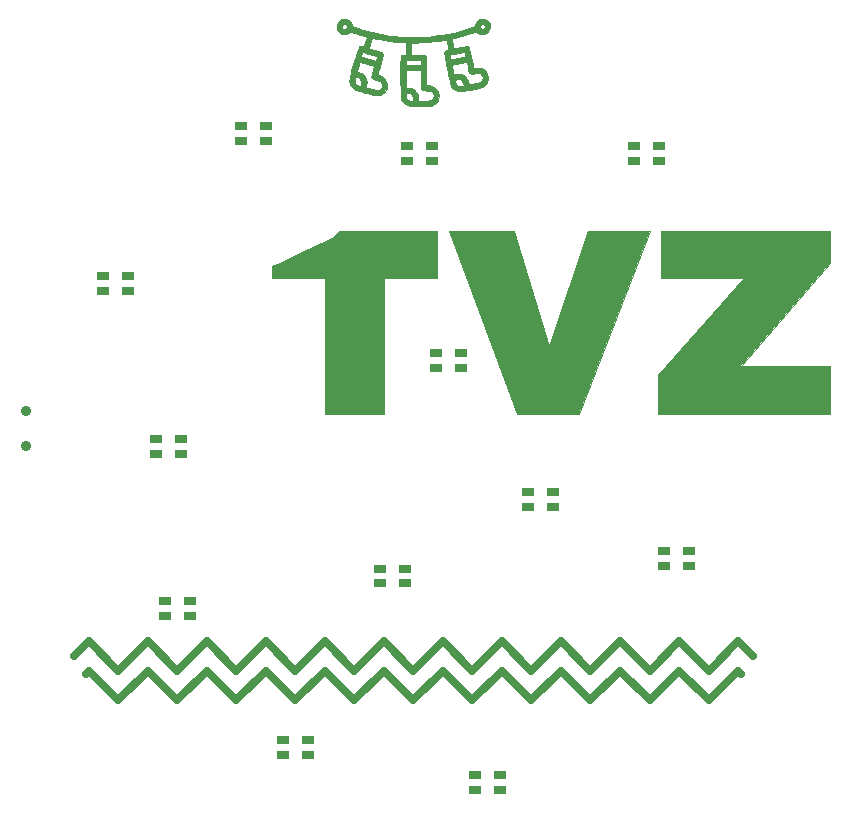
<source format=gbr>
%TF.GenerationSoftware,KiCad,Pcbnew,(5.1.10)-1*%
%TF.CreationDate,2021-10-20T07:52:33+02:00*%
%TF.ProjectId,TVZ_kuglica,54565a5f-6b75-4676-9c69-63612e6b6963,rev?*%
%TF.SameCoordinates,Original*%
%TF.FileFunction,Soldermask,Top*%
%TF.FilePolarity,Negative*%
%FSLAX46Y46*%
G04 Gerber Fmt 4.6, Leading zero omitted, Abs format (unit mm)*
G04 Created by KiCad (PCBNEW (5.1.10)-1) date 2021-10-20 07:52:33*
%MOMM*%
%LPD*%
G01*
G04 APERTURE LIST*
%ADD10C,0.700000*%
%ADD11C,0.100000*%
%ADD12C,0.010000*%
%ADD13C,0.900000*%
%ADD14R,1.100000X0.750000*%
G04 APERTURE END LIST*
D10*
X109500000Y-120250000D02*
X112000000Y-122750000D01*
X109250000Y-120500000D02*
X109500000Y-120250000D01*
X109500000Y-117750000D02*
X108250000Y-119000000D01*
X162000000Y-122750000D02*
X164500000Y-120250000D01*
X152000000Y-120250000D02*
X149500000Y-117750000D01*
X157000000Y-120250000D02*
X154500000Y-117750000D01*
X165750000Y-119000000D02*
X164500000Y-117750000D01*
X164500000Y-117750000D02*
X162000000Y-120250000D01*
X112000000Y-122750000D02*
X114500000Y-120250000D01*
X144500000Y-120250000D02*
X147000000Y-122750000D01*
X159500000Y-120250000D02*
X162000000Y-122750000D01*
X142000000Y-120250000D02*
X139500000Y-117750000D01*
X142000000Y-122750000D02*
X144500000Y-120250000D01*
X137000000Y-122750000D02*
X139500000Y-120250000D01*
X119500000Y-117750000D02*
X117000000Y-120250000D01*
X134500000Y-117750000D02*
X132000000Y-120250000D01*
X162000000Y-120250000D02*
X159500000Y-117750000D01*
X159500000Y-117750000D02*
X157000000Y-120250000D01*
X117000000Y-122750000D02*
X119500000Y-120250000D01*
X157000000Y-122750000D02*
X159500000Y-120250000D01*
X129500000Y-120250000D02*
X132000000Y-122750000D01*
X154500000Y-120250000D02*
X157000000Y-122750000D01*
X134500000Y-120250000D02*
X137000000Y-122750000D01*
X124500000Y-120250000D02*
X127000000Y-122750000D01*
X132000000Y-122750000D02*
X134500000Y-120250000D01*
X119500000Y-120250000D02*
X122000000Y-122750000D01*
X147000000Y-120250000D02*
X144500000Y-117750000D01*
X154500000Y-117750000D02*
X152000000Y-120250000D01*
X139500000Y-117750000D02*
X137000000Y-120250000D01*
X129500000Y-117750000D02*
X127000000Y-120250000D01*
X152000000Y-122750000D02*
X154500000Y-120250000D01*
X149500000Y-120250000D02*
X152000000Y-122750000D01*
X117000000Y-120250000D02*
X114500000Y-117750000D01*
X114500000Y-117750000D02*
X112000000Y-120250000D01*
X147000000Y-122750000D02*
X149500000Y-120250000D01*
X114500000Y-120250000D02*
X117000000Y-122750000D01*
X127000000Y-120250000D02*
X124500000Y-117750000D01*
X112000000Y-120250000D02*
X109500000Y-117750000D01*
X122000000Y-120250000D02*
X119500000Y-117750000D01*
X137000000Y-120250000D02*
X134500000Y-117750000D01*
X149500000Y-117750000D02*
X147000000Y-120250000D01*
X124500000Y-117750000D02*
X122000000Y-120250000D01*
X144500000Y-117750000D02*
X142000000Y-120250000D01*
X122000000Y-122750000D02*
X124500000Y-120250000D01*
X132000000Y-120250000D02*
X129500000Y-117750000D01*
X139500000Y-120250000D02*
X142000000Y-122750000D01*
X164500000Y-120250000D02*
X164750000Y-120500000D01*
X127000000Y-122750000D02*
X129500000Y-120250000D01*
D11*
G36*
X172250000Y-85750000D02*
G01*
X164750000Y-94500000D01*
X172250000Y-94500000D01*
X172250000Y-98500000D01*
X157750000Y-98500000D01*
X157750000Y-95250000D01*
X165000000Y-87000000D01*
X158000000Y-87000000D01*
X158000000Y-83000000D01*
X172250000Y-83000000D01*
X172250000Y-85750000D01*
G37*
X172250000Y-85750000D02*
X164750000Y-94500000D01*
X172250000Y-94500000D01*
X172250000Y-98500000D01*
X157750000Y-98500000D01*
X157750000Y-95250000D01*
X165000000Y-87000000D01*
X158000000Y-87000000D01*
X158000000Y-83000000D01*
X172250000Y-83000000D01*
X172250000Y-85750000D01*
G36*
X148500000Y-92750000D02*
G01*
X151750000Y-83000000D01*
X157000000Y-83000000D01*
X151000000Y-98500000D01*
X145750000Y-98500000D01*
X140000000Y-83000000D01*
X145500000Y-83000000D01*
X148500000Y-92750000D01*
G37*
X148500000Y-92750000D02*
X151750000Y-83000000D01*
X157000000Y-83000000D01*
X151000000Y-98500000D01*
X145750000Y-98500000D01*
X140000000Y-83000000D01*
X145500000Y-83000000D01*
X148500000Y-92750000D01*
G36*
X139000000Y-87000000D02*
G01*
X134500000Y-87000000D01*
X134500000Y-98500000D01*
X129500000Y-98500000D01*
X129500000Y-87000000D01*
X125000000Y-87000000D01*
X125000000Y-86000000D01*
X125750000Y-85750000D01*
X126580000Y-85360000D01*
X127390000Y-84930000D01*
X128860000Y-84240000D01*
X129590000Y-83920000D01*
X129940000Y-83700000D01*
X130250000Y-83500000D01*
X130540000Y-83240000D01*
X130750000Y-83000000D01*
X139000000Y-83000000D01*
X139000000Y-87000000D01*
G37*
X139000000Y-87000000D02*
X134500000Y-87000000D01*
X134500000Y-98500000D01*
X129500000Y-98500000D01*
X129500000Y-87000000D01*
X125000000Y-87000000D01*
X125000000Y-86000000D01*
X125750000Y-85750000D01*
X126580000Y-85360000D01*
X127390000Y-84930000D01*
X128860000Y-84240000D01*
X129590000Y-83920000D01*
X129940000Y-83700000D01*
X130250000Y-83500000D01*
X130540000Y-83240000D01*
X130750000Y-83000000D01*
X139000000Y-83000000D01*
X139000000Y-87000000D01*
D12*
%TO.C,G\u002A\u002A\u002A*%
G36*
X143027877Y-65089141D02*
G01*
X143177224Y-65150535D01*
X143301325Y-65244717D01*
X143397404Y-65364669D01*
X143462680Y-65503370D01*
X143494375Y-65653801D01*
X143489712Y-65808940D01*
X143445912Y-65961768D01*
X143360196Y-66105265D01*
X143295075Y-66176812D01*
X143149915Y-66283282D01*
X142989107Y-66344768D01*
X142820816Y-66360786D01*
X142653209Y-66330852D01*
X142494450Y-66254480D01*
X142455291Y-66226699D01*
X142346700Y-66143832D01*
X141902200Y-66288887D01*
X141632701Y-66373920D01*
X141347940Y-66458575D01*
X141062652Y-66538741D01*
X140791572Y-66610310D01*
X140549432Y-66669173D01*
X140492500Y-66682008D01*
X140395750Y-66704830D01*
X140318505Y-66725729D01*
X140274002Y-66741038D01*
X140269168Y-66743859D01*
X140268777Y-66771429D01*
X140276804Y-66838578D01*
X140291404Y-66935136D01*
X140310734Y-67050929D01*
X140332950Y-67175785D01*
X140356208Y-67299532D01*
X140378664Y-67411997D01*
X140398475Y-67503007D01*
X140413796Y-67562390D01*
X140420614Y-67579397D01*
X140446772Y-67577639D01*
X140515376Y-67566839D01*
X140619142Y-67548318D01*
X140750783Y-67523394D01*
X140903015Y-67493389D01*
X140969397Y-67479983D01*
X141167205Y-67440629D01*
X141321789Y-67412560D01*
X141439425Y-67395658D01*
X141526393Y-67389798D01*
X141588968Y-67394860D01*
X141633430Y-67410723D01*
X141666055Y-67437263D01*
X141687820Y-67466055D01*
X141702423Y-67505068D01*
X141725388Y-67587600D01*
X141755227Y-67707333D01*
X141790448Y-67857950D01*
X141829564Y-68033135D01*
X141871083Y-68226569D01*
X141900490Y-68368034D01*
X141941790Y-68567764D01*
X141980395Y-68751384D01*
X142015022Y-68913023D01*
X142044388Y-69046810D01*
X142067208Y-69146877D01*
X142082199Y-69207352D01*
X142087490Y-69223156D01*
X142117973Y-69226449D01*
X142184382Y-69221345D01*
X142272740Y-69208954D01*
X142278691Y-69207960D01*
X142493389Y-69194988D01*
X142695605Y-69228034D01*
X142879650Y-69304205D01*
X143039833Y-69420604D01*
X143170465Y-69574338D01*
X143238360Y-69696214D01*
X143278435Y-69793013D01*
X143300850Y-69879545D01*
X143310277Y-69978911D01*
X143311650Y-70058634D01*
X143309053Y-70171833D01*
X143297581Y-70256926D01*
X143272206Y-70336463D01*
X143228416Y-70431947D01*
X143118164Y-70605765D01*
X142978138Y-70744275D01*
X142814535Y-70841605D01*
X142782236Y-70854608D01*
X142707797Y-70877710D01*
X142592792Y-70907436D01*
X142445236Y-70942186D01*
X142273143Y-70980362D01*
X142084527Y-71020366D01*
X141887403Y-71060598D01*
X141689785Y-71099460D01*
X141499687Y-71135354D01*
X141325125Y-71166680D01*
X141174112Y-71191839D01*
X141054663Y-71209234D01*
X140974792Y-71217265D01*
X140962400Y-71217622D01*
X140772053Y-71195143D01*
X140591780Y-71130552D01*
X140429813Y-71029868D01*
X140294380Y-70899115D01*
X140193711Y-70744311D01*
X140147379Y-70621352D01*
X140137142Y-70577443D01*
X140117844Y-70488857D01*
X140090552Y-70360695D01*
X140067600Y-70251606D01*
X140516787Y-70251606D01*
X140517691Y-70297040D01*
X140536053Y-70374266D01*
X140557493Y-70454834D01*
X140617262Y-70587032D01*
X140717301Y-70697041D01*
X140769647Y-70733969D01*
X140860321Y-70766744D01*
X140981695Y-70779146D01*
X141117507Y-70770178D01*
X141178300Y-70759060D01*
X141229590Y-70741738D01*
X141248460Y-70709209D01*
X141248125Y-70654115D01*
X141215894Y-70486727D01*
X141147805Y-70354426D01*
X141046751Y-70259447D01*
X140915620Y-70204023D01*
X140757305Y-70190390D01*
X140662090Y-70201093D01*
X140584659Y-70214130D01*
X140537667Y-70227469D01*
X140516787Y-70251606D01*
X140067600Y-70251606D01*
X140056333Y-70198057D01*
X140016256Y-70006047D01*
X139971387Y-69789766D01*
X139922794Y-69554315D01*
X139871544Y-69304797D01*
X139854893Y-69223478D01*
X139802003Y-68964227D01*
X140259470Y-68964227D01*
X140262219Y-68988496D01*
X140274048Y-69052273D01*
X140292793Y-69145526D01*
X140316292Y-69258222D01*
X140342382Y-69380328D01*
X140368901Y-69501813D01*
X140393685Y-69612644D01*
X140414572Y-69702789D01*
X140429399Y-69762214D01*
X140435548Y-69781015D01*
X140464637Y-69782462D01*
X140527377Y-69774052D01*
X140582351Y-69763423D01*
X140797513Y-69741029D01*
X141001139Y-69765649D01*
X141188208Y-69833914D01*
X141353699Y-69942456D01*
X141492592Y-70087907D01*
X141599866Y-70266900D01*
X141670500Y-70476068D01*
X141674887Y-70496250D01*
X141699556Y-70583013D01*
X141727479Y-70625863D01*
X141738622Y-70629600D01*
X141774517Y-70624593D01*
X141851056Y-70610734D01*
X141959202Y-70589763D01*
X142089914Y-70563423D01*
X142194687Y-70541742D01*
X142339705Y-70509847D01*
X142471838Y-70477887D01*
X142581033Y-70448516D01*
X142657241Y-70424384D01*
X142685077Y-70412331D01*
X142787112Y-70324560D01*
X142853775Y-70209429D01*
X142881674Y-70079048D01*
X142867413Y-69945527D01*
X142837283Y-69869086D01*
X142764154Y-69761285D01*
X142672425Y-69688972D01*
X142556433Y-69650427D01*
X142410512Y-69643930D01*
X142228998Y-69667759D01*
X142196117Y-69674304D01*
X142052366Y-69702350D01*
X141940172Y-69716514D01*
X141854054Y-69711936D01*
X141788529Y-69683760D01*
X141738115Y-69627127D01*
X141697329Y-69537180D01*
X141660688Y-69409063D01*
X141622711Y-69237916D01*
X141604686Y-69150281D01*
X141514306Y-68707124D01*
X140889103Y-68834642D01*
X140718296Y-68869525D01*
X140564928Y-68900931D01*
X140435710Y-68927479D01*
X140337352Y-68947789D01*
X140276567Y-68960478D01*
X140259470Y-68964227D01*
X139802003Y-68964227D01*
X139795371Y-68931719D01*
X139745618Y-68685579D01*
X139704932Y-68480965D01*
X139672613Y-68313785D01*
X139647959Y-68179948D01*
X139641937Y-68144347D01*
X140089517Y-68144347D01*
X140095955Y-68208828D01*
X140110621Y-68291817D01*
X140130328Y-68378898D01*
X140151891Y-68455656D01*
X140172126Y-68507674D01*
X140184859Y-68521801D01*
X140216841Y-68517051D01*
X140291262Y-68503503D01*
X140400797Y-68482570D01*
X140538121Y-68455665D01*
X140695910Y-68424200D01*
X140797300Y-68403730D01*
X140963507Y-68369415D01*
X141113182Y-68337351D01*
X141239088Y-68309184D01*
X141333986Y-68286559D01*
X141390639Y-68271122D01*
X141403277Y-68265981D01*
X141409650Y-68233126D01*
X141405986Y-68166643D01*
X141394879Y-68082113D01*
X141378923Y-67995111D01*
X141360714Y-67921216D01*
X141342848Y-67876006D01*
X141337301Y-67869930D01*
X141307701Y-67871135D01*
X141236770Y-67881259D01*
X141132872Y-67898669D01*
X141004368Y-67921731D01*
X140859620Y-67948810D01*
X140706990Y-67978272D01*
X140554840Y-68008484D01*
X140411531Y-68037812D01*
X140285426Y-68064621D01*
X140184886Y-68087278D01*
X140118274Y-68104148D01*
X140094489Y-68112790D01*
X140089517Y-68144347D01*
X139641937Y-68144347D01*
X139630268Y-68075363D01*
X139618841Y-67995937D01*
X139612974Y-67937579D01*
X139611968Y-67896198D01*
X139615121Y-67867702D01*
X139619863Y-67852154D01*
X139669646Y-67787701D01*
X139750111Y-67736211D01*
X139841154Y-67709586D01*
X139863034Y-67708211D01*
X139907044Y-67705260D01*
X139936862Y-67692735D01*
X139953023Y-67663807D01*
X139956065Y-67611647D01*
X139946526Y-67529423D01*
X139924941Y-67410306D01*
X139897218Y-67273463D01*
X139869015Y-67137728D01*
X139843936Y-67018855D01*
X139823957Y-66926076D01*
X139811056Y-66868619D01*
X139807643Y-66855261D01*
X139783686Y-66845000D01*
X139719765Y-66846005D01*
X139612377Y-66858498D01*
X139510548Y-66874022D01*
X139142514Y-66928062D01*
X138752591Y-66975341D01*
X138354618Y-67014661D01*
X137962439Y-67044826D01*
X137589894Y-67064638D01*
X137250825Y-67072900D01*
X137209550Y-67073064D01*
X136796800Y-67073600D01*
X136796800Y-68089600D01*
X137326409Y-68089599D01*
X137518232Y-68091027D01*
X137681856Y-68095123D01*
X137811242Y-68101609D01*
X137900354Y-68110207D01*
X137936781Y-68117753D01*
X137971167Y-68130314D01*
X138000065Y-68144817D01*
X138023954Y-68165491D01*
X138043309Y-68196564D01*
X138058608Y-68242263D01*
X138070328Y-68306818D01*
X138078945Y-68394455D01*
X138084937Y-68509404D01*
X138088780Y-68655893D01*
X138090952Y-68838149D01*
X138091930Y-69060401D01*
X138092190Y-69326877D01*
X138092200Y-69495511D01*
X138092200Y-70700745D01*
X138314450Y-70709622D01*
X138521754Y-70735850D01*
X138698669Y-70798934D01*
X138853189Y-70902458D01*
X138944267Y-70991863D01*
X139057734Y-71147337D01*
X139126926Y-71315796D01*
X139154890Y-71506166D01*
X139154584Y-71607500D01*
X139123595Y-71818762D01*
X139050212Y-72002057D01*
X138934544Y-72157214D01*
X138776699Y-72284066D01*
X138682284Y-72336683D01*
X138512500Y-72420300D01*
X137572100Y-72425401D01*
X137308681Y-72426383D01*
X137091585Y-72426121D01*
X136916347Y-72424495D01*
X136778504Y-72421383D01*
X136673590Y-72416662D01*
X136597142Y-72410212D01*
X136544695Y-72401910D01*
X136525634Y-72396887D01*
X136340823Y-72312271D01*
X136180786Y-72185342D01*
X136050403Y-72020526D01*
X135991677Y-71912300D01*
X135920500Y-71759900D01*
X135919180Y-71450272D01*
X136340562Y-71450272D01*
X136348284Y-71557947D01*
X136351459Y-71584169D01*
X136392573Y-71736619D01*
X136471920Y-71856998D01*
X136586331Y-71942669D01*
X136732637Y-71990998D01*
X136852981Y-72001200D01*
X137000000Y-72001200D01*
X137000000Y-71854181D01*
X136979523Y-71687334D01*
X136919851Y-71550151D01*
X136823617Y-71445802D01*
X136693458Y-71377457D01*
X136582969Y-71352659D01*
X136466538Y-71341934D01*
X136392271Y-71349682D01*
X136352751Y-71383322D01*
X136340562Y-71450272D01*
X135919180Y-71450272D01*
X135913138Y-70034052D01*
X135911822Y-69672428D01*
X135911301Y-69410400D01*
X136365000Y-69410400D01*
X136365000Y-70901839D01*
X136578500Y-70915159D01*
X136784116Y-70944176D01*
X136957543Y-71005893D01*
X137108580Y-71104421D01*
X137175404Y-71165395D01*
X137292961Y-71307210D01*
X137371463Y-71462802D01*
X137415405Y-71643143D01*
X137427665Y-71781247D01*
X137437025Y-72005794D01*
X137923362Y-71996731D01*
X138100824Y-71992702D01*
X138235081Y-71987656D01*
X138333729Y-71980883D01*
X138404363Y-71971672D01*
X138454578Y-71959314D01*
X138490936Y-71943660D01*
X138596336Y-71861798D01*
X138672249Y-71752948D01*
X138714399Y-71629282D01*
X138718511Y-71502971D01*
X138684243Y-71393406D01*
X138634784Y-71322665D01*
X138566082Y-71250090D01*
X138541369Y-71228854D01*
X138500290Y-71197520D01*
X138462146Y-71175614D01*
X138416558Y-71160982D01*
X138353149Y-71151474D01*
X138261541Y-71144939D01*
X138131355Y-71139223D01*
X138103842Y-71138148D01*
X137984191Y-71134589D01*
X137887437Y-71130888D01*
X137811120Y-71122116D01*
X137752778Y-71103341D01*
X137709949Y-71069633D01*
X137680171Y-71016063D01*
X137660983Y-70937700D01*
X137649922Y-70829614D01*
X137644528Y-70686874D01*
X137642338Y-70504551D01*
X137640891Y-70277714D01*
X137640324Y-70209827D01*
X137632948Y-69410400D01*
X136365000Y-69410400D01*
X135911301Y-69410400D01*
X135911198Y-69358769D01*
X135911302Y-69090247D01*
X135912171Y-68864031D01*
X135912576Y-68818735D01*
X136342773Y-68818735D01*
X136344585Y-68897507D01*
X136349790Y-68942832D01*
X136350477Y-68944910D01*
X136363098Y-68955759D01*
X136395106Y-68963923D01*
X136451836Y-68969629D01*
X136538625Y-68973103D01*
X136660811Y-68974571D01*
X136823729Y-68974260D01*
X137005720Y-68972687D01*
X137647700Y-68965900D01*
X137647700Y-68534100D01*
X136352300Y-68534100D01*
X136344757Y-68722222D01*
X136342773Y-68818735D01*
X135912576Y-68818735D01*
X135913842Y-68677292D01*
X135916352Y-68527200D01*
X135919737Y-68410925D01*
X135924034Y-68325638D01*
X135929281Y-68268508D01*
X135935513Y-68236707D01*
X135936563Y-68233878D01*
X135992680Y-68161679D01*
X136086670Y-68112296D01*
X136208997Y-68090308D01*
X136237184Y-68089600D01*
X136339600Y-68089600D01*
X136339600Y-67075901D01*
X136257050Y-67063133D01*
X136196759Y-67056267D01*
X136100997Y-67048078D01*
X135985028Y-67039792D01*
X135907800Y-67035038D01*
X135485077Y-67002009D01*
X135028907Y-66950256D01*
X134552330Y-66881531D01*
X134068388Y-66797586D01*
X133905275Y-66766045D01*
X133771150Y-66740367D01*
X133655270Y-66719988D01*
X133566427Y-66706313D01*
X133513415Y-66700744D01*
X133502543Y-66701789D01*
X133492124Y-66728424D01*
X133470987Y-66793729D01*
X133441903Y-66888218D01*
X133407642Y-67002406D01*
X133370973Y-67126808D01*
X133334665Y-67251938D01*
X133301489Y-67368311D01*
X133274214Y-67466442D01*
X133255609Y-67536844D01*
X133248445Y-67570032D01*
X133248632Y-67571371D01*
X133273337Y-67579206D01*
X133339776Y-67599049D01*
X133440875Y-67628821D01*
X133569560Y-67666442D01*
X133718759Y-67709835D01*
X133786900Y-67729588D01*
X133970434Y-67783530D01*
X134111098Y-67826986D01*
X134215172Y-67862301D01*
X134288937Y-67891822D01*
X134338676Y-67917894D01*
X134370668Y-67942864D01*
X134377450Y-67950148D01*
X134416989Y-68009727D01*
X134434547Y-68063594D01*
X134434600Y-68065788D01*
X134427686Y-68101290D01*
X134408052Y-68179466D01*
X134377360Y-68294269D01*
X134337272Y-68439651D01*
X134289450Y-68609565D01*
X134235556Y-68797965D01*
X134193300Y-68943811D01*
X134136239Y-69140222D01*
X134083991Y-69321030D01*
X134038198Y-69480477D01*
X134000503Y-69612806D01*
X133972547Y-69712258D01*
X133955973Y-69773074D01*
X133952000Y-69789900D01*
X133974191Y-69806157D01*
X134031852Y-69830598D01*
X134098050Y-69853250D01*
X134230174Y-69898896D01*
X134331194Y-69946531D01*
X134420053Y-70006850D01*
X134511503Y-70086615D01*
X134636807Y-70236412D01*
X134723709Y-70410187D01*
X134770185Y-70598133D01*
X134774212Y-70790440D01*
X134733768Y-70977301D01*
X134708254Y-71040645D01*
X134599189Y-71221951D01*
X134454584Y-71373109D01*
X134289578Y-71482086D01*
X134211351Y-71518780D01*
X134143507Y-71540809D01*
X134068155Y-71551619D01*
X133967402Y-71554656D01*
X133913900Y-71554449D01*
X133847175Y-71552998D01*
X133784014Y-71548852D01*
X133717880Y-71540491D01*
X133642236Y-71526397D01*
X133550543Y-71505049D01*
X133436264Y-71474930D01*
X133292862Y-71434518D01*
X133113798Y-71382297D01*
X132897932Y-71318349D01*
X132701440Y-71258988D01*
X132516213Y-71201263D01*
X132349078Y-71147438D01*
X132206859Y-71099775D01*
X132096382Y-71060537D01*
X132024471Y-71031984D01*
X132005094Y-71022412D01*
X131874452Y-70922681D01*
X131756016Y-70789756D01*
X131664393Y-70641188D01*
X131638984Y-70582536D01*
X131617834Y-70522004D01*
X131602037Y-70462499D01*
X131592386Y-70399780D01*
X131589673Y-70329605D01*
X131594692Y-70247731D01*
X131594989Y-70245581D01*
X132024342Y-70245581D01*
X132038186Y-70394250D01*
X132094002Y-70521100D01*
X132183924Y-70616035D01*
X132242900Y-70651254D01*
X132322188Y-70687127D01*
X132406304Y-70718098D01*
X132479762Y-70738614D01*
X132527077Y-70743118D01*
X132532825Y-70741198D01*
X132548023Y-70713164D01*
X132568095Y-70652797D01*
X132577275Y-70618784D01*
X132602229Y-70443323D01*
X132583709Y-70292030D01*
X132522809Y-70166930D01*
X132420623Y-70070046D01*
X132278244Y-70003400D01*
X132238719Y-69992257D01*
X132156051Y-69974351D01*
X132107515Y-69977915D01*
X132078572Y-70009868D01*
X132054684Y-70077130D01*
X132053735Y-70080295D01*
X132024342Y-70245581D01*
X131594989Y-70245581D01*
X131608235Y-70149917D01*
X131631095Y-70031920D01*
X131664066Y-69889499D01*
X131707940Y-69718412D01*
X131763510Y-69514418D01*
X131763891Y-69513066D01*
X132236704Y-69513066D01*
X132261099Y-69535494D01*
X132323060Y-69556004D01*
X132341514Y-69560758D01*
X132548431Y-69637149D01*
X132727951Y-69755984D01*
X132824031Y-69848630D01*
X132948789Y-70019194D01*
X133024860Y-70204118D01*
X133052286Y-70403581D01*
X133031108Y-70617763D01*
X133016473Y-70680400D01*
X132993429Y-70770436D01*
X132977075Y-70838119D01*
X132970275Y-70871477D01*
X132970369Y-70873039D01*
X132994735Y-70880388D01*
X133059824Y-70899380D01*
X133157525Y-70927665D01*
X133279728Y-70962892D01*
X133380500Y-70991857D01*
X133581194Y-71046882D01*
X133741289Y-71084143D01*
X133867560Y-71104213D01*
X133966784Y-71107661D01*
X134045736Y-71095060D01*
X134111193Y-71066980D01*
X134130058Y-71055050D01*
X134241656Y-70952878D01*
X134309474Y-70831328D01*
X134331088Y-70696945D01*
X134309313Y-70571291D01*
X134273145Y-70487206D01*
X134221436Y-70418847D01*
X134146724Y-70361322D01*
X134041549Y-70309743D01*
X133898452Y-70259218D01*
X133779613Y-70224076D01*
X133628942Y-70170112D01*
X133521146Y-70106007D01*
X133459011Y-70033841D01*
X133444036Y-69973601D01*
X133450778Y-69936179D01*
X133469453Y-69858800D01*
X133497773Y-69750277D01*
X133533448Y-69619422D01*
X133567182Y-69499540D01*
X133690293Y-69067980D01*
X133083836Y-68892767D01*
X132916858Y-68845161D01*
X132766447Y-68803497D01*
X132639325Y-68769536D01*
X132542215Y-68745042D01*
X132481839Y-68731778D01*
X132464559Y-68730374D01*
X132453312Y-68758184D01*
X132431236Y-68825734D01*
X132401191Y-68923845D01*
X132366036Y-69043336D01*
X132353600Y-69086599D01*
X132316739Y-69215197D01*
X132283777Y-69329481D01*
X132257761Y-69418935D01*
X132241740Y-69473040D01*
X132239432Y-69480510D01*
X132236704Y-69513066D01*
X131763891Y-69513066D01*
X131831569Y-69273273D01*
X131912911Y-68990736D01*
X131979155Y-68762700D01*
X132065674Y-68465673D01*
X132120576Y-68278375D01*
X132585182Y-68278375D01*
X132585665Y-68281054D01*
X132610084Y-68289166D01*
X132675360Y-68309246D01*
X132773608Y-68338953D01*
X132896943Y-68375944D01*
X133037478Y-68417876D01*
X133187328Y-68462409D01*
X133338609Y-68507200D01*
X133483434Y-68549907D01*
X133613917Y-68588188D01*
X133722174Y-68619700D01*
X133800319Y-68642103D01*
X133817574Y-68646937D01*
X133826795Y-68625336D01*
X133846191Y-68567036D01*
X133871764Y-68484119D01*
X133874724Y-68474211D01*
X133900559Y-68382428D01*
X133919141Y-68306806D01*
X133926588Y-68263197D01*
X133926600Y-68262367D01*
X133910829Y-68244814D01*
X133861286Y-68220412D01*
X133774621Y-68187968D01*
X133647486Y-68146292D01*
X133476533Y-68094194D01*
X133345071Y-68055555D01*
X133180055Y-68007976D01*
X133030218Y-67965572D01*
X132902794Y-67930326D01*
X132805016Y-67904220D01*
X132744117Y-67889236D01*
X132727859Y-67886400D01*
X132701028Y-67910657D01*
X132668392Y-67980171D01*
X132635204Y-68080049D01*
X132609466Y-68171332D01*
X132591797Y-68241477D01*
X132585182Y-68278375D01*
X132120576Y-68278375D01*
X132139511Y-68213779D01*
X132202280Y-68003403D01*
X132255592Y-67830931D01*
X132301060Y-67692746D01*
X132340297Y-67585236D01*
X132374916Y-67504785D01*
X132406529Y-67447779D01*
X132436749Y-67410602D01*
X132467189Y-67389640D01*
X132499461Y-67381278D01*
X132535179Y-67381902D01*
X132575954Y-67387897D01*
X132591338Y-67390531D01*
X132671310Y-67404797D01*
X132730404Y-67412203D01*
X132773996Y-67406727D01*
X132807456Y-67382349D01*
X132836160Y-67333047D01*
X132865479Y-67252800D01*
X132900787Y-67135587D01*
X132940408Y-66999371D01*
X132980105Y-66862513D01*
X133013694Y-66743901D01*
X133038973Y-66651542D01*
X133053741Y-66593442D01*
X133056504Y-66577004D01*
X133031211Y-66568645D01*
X132965633Y-66549084D01*
X132868399Y-66520842D01*
X132748135Y-66486435D01*
X132682000Y-66467689D01*
X132513582Y-66418696D01*
X132325643Y-66361773D01*
X132140876Y-66303910D01*
X131981972Y-66252099D01*
X131978937Y-66251080D01*
X131644175Y-66138549D01*
X131597937Y-66190574D01*
X131508644Y-66261125D01*
X131386482Y-66317466D01*
X131248802Y-66353039D01*
X131143937Y-66362151D01*
X130966452Y-66339096D01*
X130809401Y-66273111D01*
X130678424Y-66169863D01*
X130579164Y-66035020D01*
X130517262Y-65874251D01*
X130500662Y-65734433D01*
X130949435Y-65734433D01*
X130972412Y-65825340D01*
X131027826Y-65887281D01*
X131104301Y-65917001D01*
X131190461Y-65911244D01*
X131274930Y-65866753D01*
X131306396Y-65836599D01*
X131348398Y-65772426D01*
X131352688Y-65705195D01*
X131350544Y-65693172D01*
X131312104Y-65597715D01*
X131249302Y-65537039D01*
X131172984Y-65510029D01*
X131093994Y-65515569D01*
X131023178Y-65552543D01*
X130971381Y-65619836D01*
X130949448Y-65716332D01*
X130949435Y-65734433D01*
X130500662Y-65734433D01*
X130498157Y-65713337D01*
X130520886Y-65536336D01*
X130586567Y-65379460D01*
X130689425Y-65248466D01*
X130823688Y-65149110D01*
X130983579Y-65087149D01*
X131145300Y-65068115D01*
X131326288Y-65091378D01*
X131486061Y-65157975D01*
X131618924Y-65263119D01*
X131719183Y-65402023D01*
X131781141Y-65569900D01*
X131788880Y-65609131D01*
X131806698Y-65714700D01*
X132047499Y-65798703D01*
X132750631Y-66023002D01*
X133477922Y-66213346D01*
X134233962Y-66370738D01*
X135023340Y-66496180D01*
X135526800Y-66557832D01*
X135706677Y-66573422D01*
X135928524Y-66586070D01*
X136183597Y-66595776D01*
X136463151Y-66602541D01*
X136758442Y-66606364D01*
X137060724Y-66607245D01*
X137361254Y-66605185D01*
X137651287Y-66600183D01*
X137922078Y-66592239D01*
X138164882Y-66581353D01*
X138370956Y-66567526D01*
X138473200Y-66557832D01*
X139270745Y-66453901D01*
X140031676Y-66320191D01*
X140761360Y-66155533D01*
X141465161Y-65958755D01*
X141952500Y-65798760D01*
X142193301Y-65714700D01*
X142199112Y-65680266D01*
X142650694Y-65680266D01*
X142652181Y-65770797D01*
X142691838Y-65844117D01*
X142758377Y-65894602D01*
X142840507Y-65916629D01*
X142926938Y-65904574D01*
X143003290Y-65855902D01*
X143040268Y-65788490D01*
X143050280Y-65714700D01*
X143030731Y-65620935D01*
X142979668Y-65555377D01*
X142908463Y-65519004D01*
X142828491Y-65512797D01*
X142751124Y-65537736D01*
X142687737Y-65594801D01*
X142650694Y-65680266D01*
X142199112Y-65680266D01*
X142211119Y-65609131D01*
X142264134Y-65435572D01*
X142356678Y-65290098D01*
X142483203Y-65177366D01*
X142638160Y-65102036D01*
X142816003Y-65068766D01*
X142856062Y-65067557D01*
X143027877Y-65089141D01*
G37*
X143027877Y-65089141D02*
X143177224Y-65150535D01*
X143301325Y-65244717D01*
X143397404Y-65364669D01*
X143462680Y-65503370D01*
X143494375Y-65653801D01*
X143489712Y-65808940D01*
X143445912Y-65961768D01*
X143360196Y-66105265D01*
X143295075Y-66176812D01*
X143149915Y-66283282D01*
X142989107Y-66344768D01*
X142820816Y-66360786D01*
X142653209Y-66330852D01*
X142494450Y-66254480D01*
X142455291Y-66226699D01*
X142346700Y-66143832D01*
X141902200Y-66288887D01*
X141632701Y-66373920D01*
X141347940Y-66458575D01*
X141062652Y-66538741D01*
X140791572Y-66610310D01*
X140549432Y-66669173D01*
X140492500Y-66682008D01*
X140395750Y-66704830D01*
X140318505Y-66725729D01*
X140274002Y-66741038D01*
X140269168Y-66743859D01*
X140268777Y-66771429D01*
X140276804Y-66838578D01*
X140291404Y-66935136D01*
X140310734Y-67050929D01*
X140332950Y-67175785D01*
X140356208Y-67299532D01*
X140378664Y-67411997D01*
X140398475Y-67503007D01*
X140413796Y-67562390D01*
X140420614Y-67579397D01*
X140446772Y-67577639D01*
X140515376Y-67566839D01*
X140619142Y-67548318D01*
X140750783Y-67523394D01*
X140903015Y-67493389D01*
X140969397Y-67479983D01*
X141167205Y-67440629D01*
X141321789Y-67412560D01*
X141439425Y-67395658D01*
X141526393Y-67389798D01*
X141588968Y-67394860D01*
X141633430Y-67410723D01*
X141666055Y-67437263D01*
X141687820Y-67466055D01*
X141702423Y-67505068D01*
X141725388Y-67587600D01*
X141755227Y-67707333D01*
X141790448Y-67857950D01*
X141829564Y-68033135D01*
X141871083Y-68226569D01*
X141900490Y-68368034D01*
X141941790Y-68567764D01*
X141980395Y-68751384D01*
X142015022Y-68913023D01*
X142044388Y-69046810D01*
X142067208Y-69146877D01*
X142082199Y-69207352D01*
X142087490Y-69223156D01*
X142117973Y-69226449D01*
X142184382Y-69221345D01*
X142272740Y-69208954D01*
X142278691Y-69207960D01*
X142493389Y-69194988D01*
X142695605Y-69228034D01*
X142879650Y-69304205D01*
X143039833Y-69420604D01*
X143170465Y-69574338D01*
X143238360Y-69696214D01*
X143278435Y-69793013D01*
X143300850Y-69879545D01*
X143310277Y-69978911D01*
X143311650Y-70058634D01*
X143309053Y-70171833D01*
X143297581Y-70256926D01*
X143272206Y-70336463D01*
X143228416Y-70431947D01*
X143118164Y-70605765D01*
X142978138Y-70744275D01*
X142814535Y-70841605D01*
X142782236Y-70854608D01*
X142707797Y-70877710D01*
X142592792Y-70907436D01*
X142445236Y-70942186D01*
X142273143Y-70980362D01*
X142084527Y-71020366D01*
X141887403Y-71060598D01*
X141689785Y-71099460D01*
X141499687Y-71135354D01*
X141325125Y-71166680D01*
X141174112Y-71191839D01*
X141054663Y-71209234D01*
X140974792Y-71217265D01*
X140962400Y-71217622D01*
X140772053Y-71195143D01*
X140591780Y-71130552D01*
X140429813Y-71029868D01*
X140294380Y-70899115D01*
X140193711Y-70744311D01*
X140147379Y-70621352D01*
X140137142Y-70577443D01*
X140117844Y-70488857D01*
X140090552Y-70360695D01*
X140067600Y-70251606D01*
X140516787Y-70251606D01*
X140517691Y-70297040D01*
X140536053Y-70374266D01*
X140557493Y-70454834D01*
X140617262Y-70587032D01*
X140717301Y-70697041D01*
X140769647Y-70733969D01*
X140860321Y-70766744D01*
X140981695Y-70779146D01*
X141117507Y-70770178D01*
X141178300Y-70759060D01*
X141229590Y-70741738D01*
X141248460Y-70709209D01*
X141248125Y-70654115D01*
X141215894Y-70486727D01*
X141147805Y-70354426D01*
X141046751Y-70259447D01*
X140915620Y-70204023D01*
X140757305Y-70190390D01*
X140662090Y-70201093D01*
X140584659Y-70214130D01*
X140537667Y-70227469D01*
X140516787Y-70251606D01*
X140067600Y-70251606D01*
X140056333Y-70198057D01*
X140016256Y-70006047D01*
X139971387Y-69789766D01*
X139922794Y-69554315D01*
X139871544Y-69304797D01*
X139854893Y-69223478D01*
X139802003Y-68964227D01*
X140259470Y-68964227D01*
X140262219Y-68988496D01*
X140274048Y-69052273D01*
X140292793Y-69145526D01*
X140316292Y-69258222D01*
X140342382Y-69380328D01*
X140368901Y-69501813D01*
X140393685Y-69612644D01*
X140414572Y-69702789D01*
X140429399Y-69762214D01*
X140435548Y-69781015D01*
X140464637Y-69782462D01*
X140527377Y-69774052D01*
X140582351Y-69763423D01*
X140797513Y-69741029D01*
X141001139Y-69765649D01*
X141188208Y-69833914D01*
X141353699Y-69942456D01*
X141492592Y-70087907D01*
X141599866Y-70266900D01*
X141670500Y-70476068D01*
X141674887Y-70496250D01*
X141699556Y-70583013D01*
X141727479Y-70625863D01*
X141738622Y-70629600D01*
X141774517Y-70624593D01*
X141851056Y-70610734D01*
X141959202Y-70589763D01*
X142089914Y-70563423D01*
X142194687Y-70541742D01*
X142339705Y-70509847D01*
X142471838Y-70477887D01*
X142581033Y-70448516D01*
X142657241Y-70424384D01*
X142685077Y-70412331D01*
X142787112Y-70324560D01*
X142853775Y-70209429D01*
X142881674Y-70079048D01*
X142867413Y-69945527D01*
X142837283Y-69869086D01*
X142764154Y-69761285D01*
X142672425Y-69688972D01*
X142556433Y-69650427D01*
X142410512Y-69643930D01*
X142228998Y-69667759D01*
X142196117Y-69674304D01*
X142052366Y-69702350D01*
X141940172Y-69716514D01*
X141854054Y-69711936D01*
X141788529Y-69683760D01*
X141738115Y-69627127D01*
X141697329Y-69537180D01*
X141660688Y-69409063D01*
X141622711Y-69237916D01*
X141604686Y-69150281D01*
X141514306Y-68707124D01*
X140889103Y-68834642D01*
X140718296Y-68869525D01*
X140564928Y-68900931D01*
X140435710Y-68927479D01*
X140337352Y-68947789D01*
X140276567Y-68960478D01*
X140259470Y-68964227D01*
X139802003Y-68964227D01*
X139795371Y-68931719D01*
X139745618Y-68685579D01*
X139704932Y-68480965D01*
X139672613Y-68313785D01*
X139647959Y-68179948D01*
X139641937Y-68144347D01*
X140089517Y-68144347D01*
X140095955Y-68208828D01*
X140110621Y-68291817D01*
X140130328Y-68378898D01*
X140151891Y-68455656D01*
X140172126Y-68507674D01*
X140184859Y-68521801D01*
X140216841Y-68517051D01*
X140291262Y-68503503D01*
X140400797Y-68482570D01*
X140538121Y-68455665D01*
X140695910Y-68424200D01*
X140797300Y-68403730D01*
X140963507Y-68369415D01*
X141113182Y-68337351D01*
X141239088Y-68309184D01*
X141333986Y-68286559D01*
X141390639Y-68271122D01*
X141403277Y-68265981D01*
X141409650Y-68233126D01*
X141405986Y-68166643D01*
X141394879Y-68082113D01*
X141378923Y-67995111D01*
X141360714Y-67921216D01*
X141342848Y-67876006D01*
X141337301Y-67869930D01*
X141307701Y-67871135D01*
X141236770Y-67881259D01*
X141132872Y-67898669D01*
X141004368Y-67921731D01*
X140859620Y-67948810D01*
X140706990Y-67978272D01*
X140554840Y-68008484D01*
X140411531Y-68037812D01*
X140285426Y-68064621D01*
X140184886Y-68087278D01*
X140118274Y-68104148D01*
X140094489Y-68112790D01*
X140089517Y-68144347D01*
X139641937Y-68144347D01*
X139630268Y-68075363D01*
X139618841Y-67995937D01*
X139612974Y-67937579D01*
X139611968Y-67896198D01*
X139615121Y-67867702D01*
X139619863Y-67852154D01*
X139669646Y-67787701D01*
X139750111Y-67736211D01*
X139841154Y-67709586D01*
X139863034Y-67708211D01*
X139907044Y-67705260D01*
X139936862Y-67692735D01*
X139953023Y-67663807D01*
X139956065Y-67611647D01*
X139946526Y-67529423D01*
X139924941Y-67410306D01*
X139897218Y-67273463D01*
X139869015Y-67137728D01*
X139843936Y-67018855D01*
X139823957Y-66926076D01*
X139811056Y-66868619D01*
X139807643Y-66855261D01*
X139783686Y-66845000D01*
X139719765Y-66846005D01*
X139612377Y-66858498D01*
X139510548Y-66874022D01*
X139142514Y-66928062D01*
X138752591Y-66975341D01*
X138354618Y-67014661D01*
X137962439Y-67044826D01*
X137589894Y-67064638D01*
X137250825Y-67072900D01*
X137209550Y-67073064D01*
X136796800Y-67073600D01*
X136796800Y-68089600D01*
X137326409Y-68089599D01*
X137518232Y-68091027D01*
X137681856Y-68095123D01*
X137811242Y-68101609D01*
X137900354Y-68110207D01*
X137936781Y-68117753D01*
X137971167Y-68130314D01*
X138000065Y-68144817D01*
X138023954Y-68165491D01*
X138043309Y-68196564D01*
X138058608Y-68242263D01*
X138070328Y-68306818D01*
X138078945Y-68394455D01*
X138084937Y-68509404D01*
X138088780Y-68655893D01*
X138090952Y-68838149D01*
X138091930Y-69060401D01*
X138092190Y-69326877D01*
X138092200Y-69495511D01*
X138092200Y-70700745D01*
X138314450Y-70709622D01*
X138521754Y-70735850D01*
X138698669Y-70798934D01*
X138853189Y-70902458D01*
X138944267Y-70991863D01*
X139057734Y-71147337D01*
X139126926Y-71315796D01*
X139154890Y-71506166D01*
X139154584Y-71607500D01*
X139123595Y-71818762D01*
X139050212Y-72002057D01*
X138934544Y-72157214D01*
X138776699Y-72284066D01*
X138682284Y-72336683D01*
X138512500Y-72420300D01*
X137572100Y-72425401D01*
X137308681Y-72426383D01*
X137091585Y-72426121D01*
X136916347Y-72424495D01*
X136778504Y-72421383D01*
X136673590Y-72416662D01*
X136597142Y-72410212D01*
X136544695Y-72401910D01*
X136525634Y-72396887D01*
X136340823Y-72312271D01*
X136180786Y-72185342D01*
X136050403Y-72020526D01*
X135991677Y-71912300D01*
X135920500Y-71759900D01*
X135919180Y-71450272D01*
X136340562Y-71450272D01*
X136348284Y-71557947D01*
X136351459Y-71584169D01*
X136392573Y-71736619D01*
X136471920Y-71856998D01*
X136586331Y-71942669D01*
X136732637Y-71990998D01*
X136852981Y-72001200D01*
X137000000Y-72001200D01*
X137000000Y-71854181D01*
X136979523Y-71687334D01*
X136919851Y-71550151D01*
X136823617Y-71445802D01*
X136693458Y-71377457D01*
X136582969Y-71352659D01*
X136466538Y-71341934D01*
X136392271Y-71349682D01*
X136352751Y-71383322D01*
X136340562Y-71450272D01*
X135919180Y-71450272D01*
X135913138Y-70034052D01*
X135911822Y-69672428D01*
X135911301Y-69410400D01*
X136365000Y-69410400D01*
X136365000Y-70901839D01*
X136578500Y-70915159D01*
X136784116Y-70944176D01*
X136957543Y-71005893D01*
X137108580Y-71104421D01*
X137175404Y-71165395D01*
X137292961Y-71307210D01*
X137371463Y-71462802D01*
X137415405Y-71643143D01*
X137427665Y-71781247D01*
X137437025Y-72005794D01*
X137923362Y-71996731D01*
X138100824Y-71992702D01*
X138235081Y-71987656D01*
X138333729Y-71980883D01*
X138404363Y-71971672D01*
X138454578Y-71959314D01*
X138490936Y-71943660D01*
X138596336Y-71861798D01*
X138672249Y-71752948D01*
X138714399Y-71629282D01*
X138718511Y-71502971D01*
X138684243Y-71393406D01*
X138634784Y-71322665D01*
X138566082Y-71250090D01*
X138541369Y-71228854D01*
X138500290Y-71197520D01*
X138462146Y-71175614D01*
X138416558Y-71160982D01*
X138353149Y-71151474D01*
X138261541Y-71144939D01*
X138131355Y-71139223D01*
X138103842Y-71138148D01*
X137984191Y-71134589D01*
X137887437Y-71130888D01*
X137811120Y-71122116D01*
X137752778Y-71103341D01*
X137709949Y-71069633D01*
X137680171Y-71016063D01*
X137660983Y-70937700D01*
X137649922Y-70829614D01*
X137644528Y-70686874D01*
X137642338Y-70504551D01*
X137640891Y-70277714D01*
X137640324Y-70209827D01*
X137632948Y-69410400D01*
X136365000Y-69410400D01*
X135911301Y-69410400D01*
X135911198Y-69358769D01*
X135911302Y-69090247D01*
X135912171Y-68864031D01*
X135912576Y-68818735D01*
X136342773Y-68818735D01*
X136344585Y-68897507D01*
X136349790Y-68942832D01*
X136350477Y-68944910D01*
X136363098Y-68955759D01*
X136395106Y-68963923D01*
X136451836Y-68969629D01*
X136538625Y-68973103D01*
X136660811Y-68974571D01*
X136823729Y-68974260D01*
X137005720Y-68972687D01*
X137647700Y-68965900D01*
X137647700Y-68534100D01*
X136352300Y-68534100D01*
X136344757Y-68722222D01*
X136342773Y-68818735D01*
X135912576Y-68818735D01*
X135913842Y-68677292D01*
X135916352Y-68527200D01*
X135919737Y-68410925D01*
X135924034Y-68325638D01*
X135929281Y-68268508D01*
X135935513Y-68236707D01*
X135936563Y-68233878D01*
X135992680Y-68161679D01*
X136086670Y-68112296D01*
X136208997Y-68090308D01*
X136237184Y-68089600D01*
X136339600Y-68089600D01*
X136339600Y-67075901D01*
X136257050Y-67063133D01*
X136196759Y-67056267D01*
X136100997Y-67048078D01*
X135985028Y-67039792D01*
X135907800Y-67035038D01*
X135485077Y-67002009D01*
X135028907Y-66950256D01*
X134552330Y-66881531D01*
X134068388Y-66797586D01*
X133905275Y-66766045D01*
X133771150Y-66740367D01*
X133655270Y-66719988D01*
X133566427Y-66706313D01*
X133513415Y-66700744D01*
X133502543Y-66701789D01*
X133492124Y-66728424D01*
X133470987Y-66793729D01*
X133441903Y-66888218D01*
X133407642Y-67002406D01*
X133370973Y-67126808D01*
X133334665Y-67251938D01*
X133301489Y-67368311D01*
X133274214Y-67466442D01*
X133255609Y-67536844D01*
X133248445Y-67570032D01*
X133248632Y-67571371D01*
X133273337Y-67579206D01*
X133339776Y-67599049D01*
X133440875Y-67628821D01*
X133569560Y-67666442D01*
X133718759Y-67709835D01*
X133786900Y-67729588D01*
X133970434Y-67783530D01*
X134111098Y-67826986D01*
X134215172Y-67862301D01*
X134288937Y-67891822D01*
X134338676Y-67917894D01*
X134370668Y-67942864D01*
X134377450Y-67950148D01*
X134416989Y-68009727D01*
X134434547Y-68063594D01*
X134434600Y-68065788D01*
X134427686Y-68101290D01*
X134408052Y-68179466D01*
X134377360Y-68294269D01*
X134337272Y-68439651D01*
X134289450Y-68609565D01*
X134235556Y-68797965D01*
X134193300Y-68943811D01*
X134136239Y-69140222D01*
X134083991Y-69321030D01*
X134038198Y-69480477D01*
X134000503Y-69612806D01*
X133972547Y-69712258D01*
X133955973Y-69773074D01*
X133952000Y-69789900D01*
X133974191Y-69806157D01*
X134031852Y-69830598D01*
X134098050Y-69853250D01*
X134230174Y-69898896D01*
X134331194Y-69946531D01*
X134420053Y-70006850D01*
X134511503Y-70086615D01*
X134636807Y-70236412D01*
X134723709Y-70410187D01*
X134770185Y-70598133D01*
X134774212Y-70790440D01*
X134733768Y-70977301D01*
X134708254Y-71040645D01*
X134599189Y-71221951D01*
X134454584Y-71373109D01*
X134289578Y-71482086D01*
X134211351Y-71518780D01*
X134143507Y-71540809D01*
X134068155Y-71551619D01*
X133967402Y-71554656D01*
X133913900Y-71554449D01*
X133847175Y-71552998D01*
X133784014Y-71548852D01*
X133717880Y-71540491D01*
X133642236Y-71526397D01*
X133550543Y-71505049D01*
X133436264Y-71474930D01*
X133292862Y-71434518D01*
X133113798Y-71382297D01*
X132897932Y-71318349D01*
X132701440Y-71258988D01*
X132516213Y-71201263D01*
X132349078Y-71147438D01*
X132206859Y-71099775D01*
X132096382Y-71060537D01*
X132024471Y-71031984D01*
X132005094Y-71022412D01*
X131874452Y-70922681D01*
X131756016Y-70789756D01*
X131664393Y-70641188D01*
X131638984Y-70582536D01*
X131617834Y-70522004D01*
X131602037Y-70462499D01*
X131592386Y-70399780D01*
X131589673Y-70329605D01*
X131594692Y-70247731D01*
X131594989Y-70245581D01*
X132024342Y-70245581D01*
X132038186Y-70394250D01*
X132094002Y-70521100D01*
X132183924Y-70616035D01*
X132242900Y-70651254D01*
X132322188Y-70687127D01*
X132406304Y-70718098D01*
X132479762Y-70738614D01*
X132527077Y-70743118D01*
X132532825Y-70741198D01*
X132548023Y-70713164D01*
X132568095Y-70652797D01*
X132577275Y-70618784D01*
X132602229Y-70443323D01*
X132583709Y-70292030D01*
X132522809Y-70166930D01*
X132420623Y-70070046D01*
X132278244Y-70003400D01*
X132238719Y-69992257D01*
X132156051Y-69974351D01*
X132107515Y-69977915D01*
X132078572Y-70009868D01*
X132054684Y-70077130D01*
X132053735Y-70080295D01*
X132024342Y-70245581D01*
X131594989Y-70245581D01*
X131608235Y-70149917D01*
X131631095Y-70031920D01*
X131664066Y-69889499D01*
X131707940Y-69718412D01*
X131763510Y-69514418D01*
X131763891Y-69513066D01*
X132236704Y-69513066D01*
X132261099Y-69535494D01*
X132323060Y-69556004D01*
X132341514Y-69560758D01*
X132548431Y-69637149D01*
X132727951Y-69755984D01*
X132824031Y-69848630D01*
X132948789Y-70019194D01*
X133024860Y-70204118D01*
X133052286Y-70403581D01*
X133031108Y-70617763D01*
X133016473Y-70680400D01*
X132993429Y-70770436D01*
X132977075Y-70838119D01*
X132970275Y-70871477D01*
X132970369Y-70873039D01*
X132994735Y-70880388D01*
X133059824Y-70899380D01*
X133157525Y-70927665D01*
X133279728Y-70962892D01*
X133380500Y-70991857D01*
X133581194Y-71046882D01*
X133741289Y-71084143D01*
X133867560Y-71104213D01*
X133966784Y-71107661D01*
X134045736Y-71095060D01*
X134111193Y-71066980D01*
X134130058Y-71055050D01*
X134241656Y-70952878D01*
X134309474Y-70831328D01*
X134331088Y-70696945D01*
X134309313Y-70571291D01*
X134273145Y-70487206D01*
X134221436Y-70418847D01*
X134146724Y-70361322D01*
X134041549Y-70309743D01*
X133898452Y-70259218D01*
X133779613Y-70224076D01*
X133628942Y-70170112D01*
X133521146Y-70106007D01*
X133459011Y-70033841D01*
X133444036Y-69973601D01*
X133450778Y-69936179D01*
X133469453Y-69858800D01*
X133497773Y-69750277D01*
X133533448Y-69619422D01*
X133567182Y-69499540D01*
X133690293Y-69067980D01*
X133083836Y-68892767D01*
X132916858Y-68845161D01*
X132766447Y-68803497D01*
X132639325Y-68769536D01*
X132542215Y-68745042D01*
X132481839Y-68731778D01*
X132464559Y-68730374D01*
X132453312Y-68758184D01*
X132431236Y-68825734D01*
X132401191Y-68923845D01*
X132366036Y-69043336D01*
X132353600Y-69086599D01*
X132316739Y-69215197D01*
X132283777Y-69329481D01*
X132257761Y-69418935D01*
X132241740Y-69473040D01*
X132239432Y-69480510D01*
X132236704Y-69513066D01*
X131763891Y-69513066D01*
X131831569Y-69273273D01*
X131912911Y-68990736D01*
X131979155Y-68762700D01*
X132065674Y-68465673D01*
X132120576Y-68278375D01*
X132585182Y-68278375D01*
X132585665Y-68281054D01*
X132610084Y-68289166D01*
X132675360Y-68309246D01*
X132773608Y-68338953D01*
X132896943Y-68375944D01*
X133037478Y-68417876D01*
X133187328Y-68462409D01*
X133338609Y-68507200D01*
X133483434Y-68549907D01*
X133613917Y-68588188D01*
X133722174Y-68619700D01*
X133800319Y-68642103D01*
X133817574Y-68646937D01*
X133826795Y-68625336D01*
X133846191Y-68567036D01*
X133871764Y-68484119D01*
X133874724Y-68474211D01*
X133900559Y-68382428D01*
X133919141Y-68306806D01*
X133926588Y-68263197D01*
X133926600Y-68262367D01*
X133910829Y-68244814D01*
X133861286Y-68220412D01*
X133774621Y-68187968D01*
X133647486Y-68146292D01*
X133476533Y-68094194D01*
X133345071Y-68055555D01*
X133180055Y-68007976D01*
X133030218Y-67965572D01*
X132902794Y-67930326D01*
X132805016Y-67904220D01*
X132744117Y-67889236D01*
X132727859Y-67886400D01*
X132701028Y-67910657D01*
X132668392Y-67980171D01*
X132635204Y-68080049D01*
X132609466Y-68171332D01*
X132591797Y-68241477D01*
X132585182Y-68278375D01*
X132120576Y-68278375D01*
X132139511Y-68213779D01*
X132202280Y-68003403D01*
X132255592Y-67830931D01*
X132301060Y-67692746D01*
X132340297Y-67585236D01*
X132374916Y-67504785D01*
X132406529Y-67447779D01*
X132436749Y-67410602D01*
X132467189Y-67389640D01*
X132499461Y-67381278D01*
X132535179Y-67381902D01*
X132575954Y-67387897D01*
X132591338Y-67390531D01*
X132671310Y-67404797D01*
X132730404Y-67412203D01*
X132773996Y-67406727D01*
X132807456Y-67382349D01*
X132836160Y-67333047D01*
X132865479Y-67252800D01*
X132900787Y-67135587D01*
X132940408Y-66999371D01*
X132980105Y-66862513D01*
X133013694Y-66743901D01*
X133038973Y-66651542D01*
X133053741Y-66593442D01*
X133056504Y-66577004D01*
X133031211Y-66568645D01*
X132965633Y-66549084D01*
X132868399Y-66520842D01*
X132748135Y-66486435D01*
X132682000Y-66467689D01*
X132513582Y-66418696D01*
X132325643Y-66361773D01*
X132140876Y-66303910D01*
X131981972Y-66252099D01*
X131978937Y-66251080D01*
X131644175Y-66138549D01*
X131597937Y-66190574D01*
X131508644Y-66261125D01*
X131386482Y-66317466D01*
X131248802Y-66353039D01*
X131143937Y-66362151D01*
X130966452Y-66339096D01*
X130809401Y-66273111D01*
X130678424Y-66169863D01*
X130579164Y-66035020D01*
X130517262Y-65874251D01*
X130500662Y-65734433D01*
X130949435Y-65734433D01*
X130972412Y-65825340D01*
X131027826Y-65887281D01*
X131104301Y-65917001D01*
X131190461Y-65911244D01*
X131274930Y-65866753D01*
X131306396Y-65836599D01*
X131348398Y-65772426D01*
X131352688Y-65705195D01*
X131350544Y-65693172D01*
X131312104Y-65597715D01*
X131249302Y-65537039D01*
X131172984Y-65510029D01*
X131093994Y-65515569D01*
X131023178Y-65552543D01*
X130971381Y-65619836D01*
X130949448Y-65716332D01*
X130949435Y-65734433D01*
X130500662Y-65734433D01*
X130498157Y-65713337D01*
X130520886Y-65536336D01*
X130586567Y-65379460D01*
X130689425Y-65248466D01*
X130823688Y-65149110D01*
X130983579Y-65087149D01*
X131145300Y-65068115D01*
X131326288Y-65091378D01*
X131486061Y-65157975D01*
X131618924Y-65263119D01*
X131719183Y-65402023D01*
X131781141Y-65569900D01*
X131788880Y-65609131D01*
X131806698Y-65714700D01*
X132047499Y-65798703D01*
X132750631Y-66023002D01*
X133477922Y-66213346D01*
X134233962Y-66370738D01*
X135023340Y-66496180D01*
X135526800Y-66557832D01*
X135706677Y-66573422D01*
X135928524Y-66586070D01*
X136183597Y-66595776D01*
X136463151Y-66602541D01*
X136758442Y-66606364D01*
X137060724Y-66607245D01*
X137361254Y-66605185D01*
X137651287Y-66600183D01*
X137922078Y-66592239D01*
X138164882Y-66581353D01*
X138370956Y-66567526D01*
X138473200Y-66557832D01*
X139270745Y-66453901D01*
X140031676Y-66320191D01*
X140761360Y-66155533D01*
X141465161Y-65958755D01*
X141952500Y-65798760D01*
X142193301Y-65714700D01*
X142199112Y-65680266D01*
X142650694Y-65680266D01*
X142652181Y-65770797D01*
X142691838Y-65844117D01*
X142758377Y-65894602D01*
X142840507Y-65916629D01*
X142926938Y-65904574D01*
X143003290Y-65855902D01*
X143040268Y-65788490D01*
X143050280Y-65714700D01*
X143030731Y-65620935D01*
X142979668Y-65555377D01*
X142908463Y-65519004D01*
X142828491Y-65512797D01*
X142751124Y-65537736D01*
X142687737Y-65594801D01*
X142650694Y-65680266D01*
X142199112Y-65680266D01*
X142211119Y-65609131D01*
X142264134Y-65435572D01*
X142356678Y-65290098D01*
X142483203Y-65177366D01*
X142638160Y-65102036D01*
X142816003Y-65068766D01*
X142856062Y-65067557D01*
X143027877Y-65089141D01*
%TD*%
D13*
%TO.C,SW1*%
X104170000Y-101250000D03*
X104170000Y-98250000D03*
%TD*%
D14*
%TO.C,D1*%
X110700000Y-86875000D03*
X112800000Y-86875000D03*
X110700000Y-88125000D03*
X112800000Y-88125000D03*
%TD*%
%TO.C,D2*%
X124550000Y-75375000D03*
X122450000Y-75375000D03*
X124550000Y-74125000D03*
X122450000Y-74125000D03*
%TD*%
%TO.C,D3*%
X155700000Y-75875000D03*
X157800000Y-75875000D03*
X155700000Y-77125000D03*
X157800000Y-77125000D03*
%TD*%
%TO.C,D4*%
X136300000Y-112875000D03*
X134200000Y-112875000D03*
X136300000Y-111625000D03*
X134200000Y-111625000D03*
%TD*%
%TO.C,D5*%
X115950000Y-114375000D03*
X118050000Y-114375000D03*
X115950000Y-115625000D03*
X118050000Y-115625000D03*
%TD*%
%TO.C,D6*%
X117300000Y-101875000D03*
X115200000Y-101875000D03*
X117300000Y-100625000D03*
X115200000Y-100625000D03*
%TD*%
%TO.C,D7*%
X142200000Y-129125000D03*
X144300000Y-129125000D03*
X142200000Y-130375000D03*
X144300000Y-130375000D03*
%TD*%
%TO.C,D8*%
X160300000Y-111375000D03*
X158200000Y-111375000D03*
X160300000Y-110125000D03*
X158200000Y-110125000D03*
%TD*%
%TO.C,D9*%
X136450000Y-75875000D03*
X138550000Y-75875000D03*
X136450000Y-77125000D03*
X138550000Y-77125000D03*
%TD*%
%TO.C,D10*%
X148800000Y-106375000D03*
X146700000Y-106375000D03*
X148800000Y-105125000D03*
X146700000Y-105125000D03*
%TD*%
%TO.C,D11*%
X125950000Y-126125000D03*
X128050000Y-126125000D03*
X125950000Y-127375000D03*
X128050000Y-127375000D03*
%TD*%
%TO.C,D12*%
X138950000Y-93375000D03*
X141050000Y-93375000D03*
X138950000Y-94625000D03*
X141050000Y-94625000D03*
%TD*%
M02*

</source>
